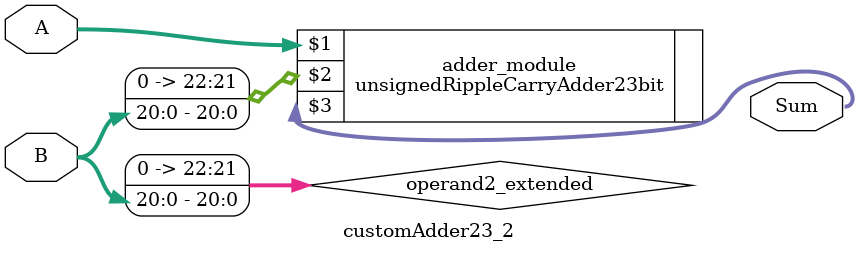
<source format=v>

module customAdder23_2(
                    input [22 : 0] A,
                    input [20 : 0] B,
                    
                    output [23 : 0] Sum
            );

    wire [22 : 0] operand2_extended;
    
    assign operand2_extended =  {2'b0, B};
    
    unsignedRippleCarryAdder23bit adder_module(
        A,
        operand2_extended,
        Sum
    );
    
endmodule
        
</source>
